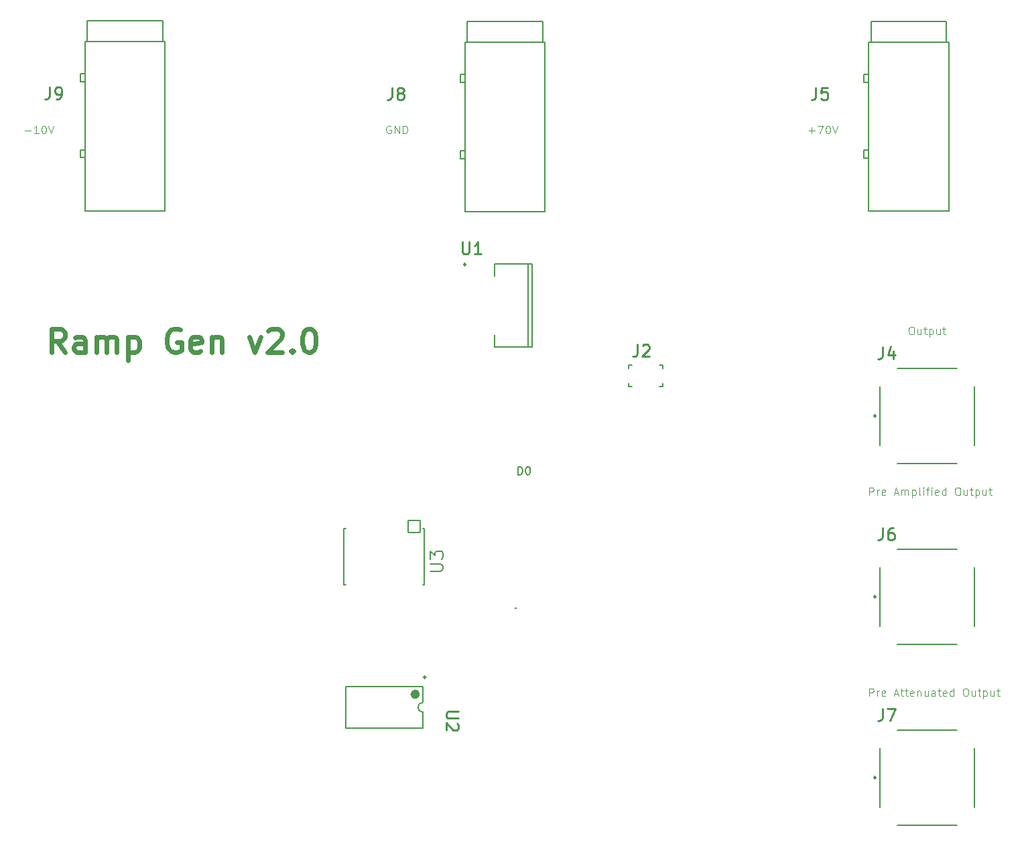
<source format=gbr>
%TF.GenerationSoftware,KiCad,Pcbnew,7.0.9*%
%TF.CreationDate,2024-01-29T19:21:26-08:00*%
%TF.ProjectId,V2_rampGen,56325f72-616d-4704-9765-6e2e6b696361,rev?*%
%TF.SameCoordinates,Original*%
%TF.FileFunction,Legend,Top*%
%TF.FilePolarity,Positive*%
%FSLAX46Y46*%
G04 Gerber Fmt 4.6, Leading zero omitted, Abs format (unit mm)*
G04 Created by KiCad (PCBNEW 7.0.9) date 2024-01-29 19:21:26*
%MOMM*%
%LPD*%
G01*
G04 APERTURE LIST*
G04 Aperture macros list*
%AMRoundRect*
0 Rectangle with rounded corners*
0 $1 Rounding radius*
0 $2 $3 $4 $5 $6 $7 $8 $9 X,Y pos of 4 corners*
0 Add a 4 corners polygon primitive as box body*
4,1,4,$2,$3,$4,$5,$6,$7,$8,$9,$2,$3,0*
0 Add four circle primitives for the rounded corners*
1,1,$1+$1,$2,$3*
1,1,$1+$1,$4,$5*
1,1,$1+$1,$6,$7*
1,1,$1+$1,$8,$9*
0 Add four rect primitives between the rounded corners*
20,1,$1+$1,$2,$3,$4,$5,0*
20,1,$1+$1,$4,$5,$6,$7,0*
20,1,$1+$1,$6,$7,$8,$9,0*
20,1,$1+$1,$8,$9,$2,$3,0*%
G04 Aperture macros list end*
%ADD10C,0.100000*%
%ADD11C,0.600000*%
%ADD12C,0.254000*%
%ADD13C,0.150000*%
%ADD14C,0.200000*%
%ADD15C,0.250000*%
%ADD16C,0.152400*%
%ADD17C,2.950000*%
%ADD18R,1.700000X1.700000*%
%ADD19C,1.850000*%
%ADD20R,1.600000X1.600000*%
%ADD21C,1.600000*%
%ADD22R,3.430000X1.780000*%
%ADD23C,3.200000*%
%ADD24O,1.727200X1.727200*%
%ADD25R,1.727200X1.727200*%
%ADD26R,1.500000X1.500000*%
%ADD27C,1.500000*%
%ADD28RoundRect,0.102000X-0.749300X0.749300X-0.749300X-0.749300X0.749300X-0.749300X0.749300X0.749300X0*%
%ADD29C,1.702600*%
G04 APERTURE END LIST*
D10*
X53643884Y-52831466D02*
X54405789Y-52831466D01*
X55405788Y-53212419D02*
X54834360Y-53212419D01*
X55120074Y-53212419D02*
X55120074Y-52212419D01*
X55120074Y-52212419D02*
X55024836Y-52355276D01*
X55024836Y-52355276D02*
X54929598Y-52450514D01*
X54929598Y-52450514D02*
X54834360Y-52498133D01*
X56024836Y-52212419D02*
X56120074Y-52212419D01*
X56120074Y-52212419D02*
X56215312Y-52260038D01*
X56215312Y-52260038D02*
X56262931Y-52307657D01*
X56262931Y-52307657D02*
X56310550Y-52402895D01*
X56310550Y-52402895D02*
X56358169Y-52593371D01*
X56358169Y-52593371D02*
X56358169Y-52831466D01*
X56358169Y-52831466D02*
X56310550Y-53021942D01*
X56310550Y-53021942D02*
X56262931Y-53117180D01*
X56262931Y-53117180D02*
X56215312Y-53164800D01*
X56215312Y-53164800D02*
X56120074Y-53212419D01*
X56120074Y-53212419D02*
X56024836Y-53212419D01*
X56024836Y-53212419D02*
X55929598Y-53164800D01*
X55929598Y-53164800D02*
X55881979Y-53117180D01*
X55881979Y-53117180D02*
X55834360Y-53021942D01*
X55834360Y-53021942D02*
X55786741Y-52831466D01*
X55786741Y-52831466D02*
X55786741Y-52593371D01*
X55786741Y-52593371D02*
X55834360Y-52402895D01*
X55834360Y-52402895D02*
X55881979Y-52307657D01*
X55881979Y-52307657D02*
X55929598Y-52260038D01*
X55929598Y-52260038D02*
X56024836Y-52212419D01*
X56643884Y-52212419D02*
X56977217Y-53212419D01*
X56977217Y-53212419D02*
X57310550Y-52212419D01*
X99887693Y-52260038D02*
X99792455Y-52212419D01*
X99792455Y-52212419D02*
X99649598Y-52212419D01*
X99649598Y-52212419D02*
X99506741Y-52260038D01*
X99506741Y-52260038D02*
X99411503Y-52355276D01*
X99411503Y-52355276D02*
X99363884Y-52450514D01*
X99363884Y-52450514D02*
X99316265Y-52640990D01*
X99316265Y-52640990D02*
X99316265Y-52783847D01*
X99316265Y-52783847D02*
X99363884Y-52974323D01*
X99363884Y-52974323D02*
X99411503Y-53069561D01*
X99411503Y-53069561D02*
X99506741Y-53164800D01*
X99506741Y-53164800D02*
X99649598Y-53212419D01*
X99649598Y-53212419D02*
X99744836Y-53212419D01*
X99744836Y-53212419D02*
X99887693Y-53164800D01*
X99887693Y-53164800D02*
X99935312Y-53117180D01*
X99935312Y-53117180D02*
X99935312Y-52783847D01*
X99935312Y-52783847D02*
X99744836Y-52783847D01*
X100363884Y-53212419D02*
X100363884Y-52212419D01*
X100363884Y-52212419D02*
X100935312Y-53212419D01*
X100935312Y-53212419D02*
X100935312Y-52212419D01*
X101411503Y-53212419D02*
X101411503Y-52212419D01*
X101411503Y-52212419D02*
X101649598Y-52212419D01*
X101649598Y-52212419D02*
X101792455Y-52260038D01*
X101792455Y-52260038D02*
X101887693Y-52355276D01*
X101887693Y-52355276D02*
X101935312Y-52450514D01*
X101935312Y-52450514D02*
X101982931Y-52640990D01*
X101982931Y-52640990D02*
X101982931Y-52783847D01*
X101982931Y-52783847D02*
X101935312Y-52974323D01*
X101935312Y-52974323D02*
X101887693Y-53069561D01*
X101887693Y-53069561D02*
X101792455Y-53164800D01*
X101792455Y-53164800D02*
X101649598Y-53212419D01*
X101649598Y-53212419D02*
X101411503Y-53212419D01*
X160323884Y-124332419D02*
X160323884Y-123332419D01*
X160323884Y-123332419D02*
X160704836Y-123332419D01*
X160704836Y-123332419D02*
X160800074Y-123380038D01*
X160800074Y-123380038D02*
X160847693Y-123427657D01*
X160847693Y-123427657D02*
X160895312Y-123522895D01*
X160895312Y-123522895D02*
X160895312Y-123665752D01*
X160895312Y-123665752D02*
X160847693Y-123760990D01*
X160847693Y-123760990D02*
X160800074Y-123808609D01*
X160800074Y-123808609D02*
X160704836Y-123856228D01*
X160704836Y-123856228D02*
X160323884Y-123856228D01*
X161323884Y-124332419D02*
X161323884Y-123665752D01*
X161323884Y-123856228D02*
X161371503Y-123760990D01*
X161371503Y-123760990D02*
X161419122Y-123713371D01*
X161419122Y-123713371D02*
X161514360Y-123665752D01*
X161514360Y-123665752D02*
X161609598Y-123665752D01*
X162323884Y-124284800D02*
X162228646Y-124332419D01*
X162228646Y-124332419D02*
X162038170Y-124332419D01*
X162038170Y-124332419D02*
X161942932Y-124284800D01*
X161942932Y-124284800D02*
X161895313Y-124189561D01*
X161895313Y-124189561D02*
X161895313Y-123808609D01*
X161895313Y-123808609D02*
X161942932Y-123713371D01*
X161942932Y-123713371D02*
X162038170Y-123665752D01*
X162038170Y-123665752D02*
X162228646Y-123665752D01*
X162228646Y-123665752D02*
X162323884Y-123713371D01*
X162323884Y-123713371D02*
X162371503Y-123808609D01*
X162371503Y-123808609D02*
X162371503Y-123903847D01*
X162371503Y-123903847D02*
X161895313Y-123999085D01*
X163514361Y-124046704D02*
X163990551Y-124046704D01*
X163419123Y-124332419D02*
X163752456Y-123332419D01*
X163752456Y-123332419D02*
X164085789Y-124332419D01*
X164276266Y-123665752D02*
X164657218Y-123665752D01*
X164419123Y-123332419D02*
X164419123Y-124189561D01*
X164419123Y-124189561D02*
X164466742Y-124284800D01*
X164466742Y-124284800D02*
X164561980Y-124332419D01*
X164561980Y-124332419D02*
X164657218Y-124332419D01*
X164847695Y-123665752D02*
X165228647Y-123665752D01*
X164990552Y-123332419D02*
X164990552Y-124189561D01*
X164990552Y-124189561D02*
X165038171Y-124284800D01*
X165038171Y-124284800D02*
X165133409Y-124332419D01*
X165133409Y-124332419D02*
X165228647Y-124332419D01*
X165942933Y-124284800D02*
X165847695Y-124332419D01*
X165847695Y-124332419D02*
X165657219Y-124332419D01*
X165657219Y-124332419D02*
X165561981Y-124284800D01*
X165561981Y-124284800D02*
X165514362Y-124189561D01*
X165514362Y-124189561D02*
X165514362Y-123808609D01*
X165514362Y-123808609D02*
X165561981Y-123713371D01*
X165561981Y-123713371D02*
X165657219Y-123665752D01*
X165657219Y-123665752D02*
X165847695Y-123665752D01*
X165847695Y-123665752D02*
X165942933Y-123713371D01*
X165942933Y-123713371D02*
X165990552Y-123808609D01*
X165990552Y-123808609D02*
X165990552Y-123903847D01*
X165990552Y-123903847D02*
X165514362Y-123999085D01*
X166419124Y-123665752D02*
X166419124Y-124332419D01*
X166419124Y-123760990D02*
X166466743Y-123713371D01*
X166466743Y-123713371D02*
X166561981Y-123665752D01*
X166561981Y-123665752D02*
X166704838Y-123665752D01*
X166704838Y-123665752D02*
X166800076Y-123713371D01*
X166800076Y-123713371D02*
X166847695Y-123808609D01*
X166847695Y-123808609D02*
X166847695Y-124332419D01*
X167752457Y-123665752D02*
X167752457Y-124332419D01*
X167323886Y-123665752D02*
X167323886Y-124189561D01*
X167323886Y-124189561D02*
X167371505Y-124284800D01*
X167371505Y-124284800D02*
X167466743Y-124332419D01*
X167466743Y-124332419D02*
X167609600Y-124332419D01*
X167609600Y-124332419D02*
X167704838Y-124284800D01*
X167704838Y-124284800D02*
X167752457Y-124237180D01*
X168657219Y-124332419D02*
X168657219Y-123808609D01*
X168657219Y-123808609D02*
X168609600Y-123713371D01*
X168609600Y-123713371D02*
X168514362Y-123665752D01*
X168514362Y-123665752D02*
X168323886Y-123665752D01*
X168323886Y-123665752D02*
X168228648Y-123713371D01*
X168657219Y-124284800D02*
X168561981Y-124332419D01*
X168561981Y-124332419D02*
X168323886Y-124332419D01*
X168323886Y-124332419D02*
X168228648Y-124284800D01*
X168228648Y-124284800D02*
X168181029Y-124189561D01*
X168181029Y-124189561D02*
X168181029Y-124094323D01*
X168181029Y-124094323D02*
X168228648Y-123999085D01*
X168228648Y-123999085D02*
X168323886Y-123951466D01*
X168323886Y-123951466D02*
X168561981Y-123951466D01*
X168561981Y-123951466D02*
X168657219Y-123903847D01*
X168990553Y-123665752D02*
X169371505Y-123665752D01*
X169133410Y-123332419D02*
X169133410Y-124189561D01*
X169133410Y-124189561D02*
X169181029Y-124284800D01*
X169181029Y-124284800D02*
X169276267Y-124332419D01*
X169276267Y-124332419D02*
X169371505Y-124332419D01*
X170085791Y-124284800D02*
X169990553Y-124332419D01*
X169990553Y-124332419D02*
X169800077Y-124332419D01*
X169800077Y-124332419D02*
X169704839Y-124284800D01*
X169704839Y-124284800D02*
X169657220Y-124189561D01*
X169657220Y-124189561D02*
X169657220Y-123808609D01*
X169657220Y-123808609D02*
X169704839Y-123713371D01*
X169704839Y-123713371D02*
X169800077Y-123665752D01*
X169800077Y-123665752D02*
X169990553Y-123665752D01*
X169990553Y-123665752D02*
X170085791Y-123713371D01*
X170085791Y-123713371D02*
X170133410Y-123808609D01*
X170133410Y-123808609D02*
X170133410Y-123903847D01*
X170133410Y-123903847D02*
X169657220Y-123999085D01*
X170990553Y-124332419D02*
X170990553Y-123332419D01*
X170990553Y-124284800D02*
X170895315Y-124332419D01*
X170895315Y-124332419D02*
X170704839Y-124332419D01*
X170704839Y-124332419D02*
X170609601Y-124284800D01*
X170609601Y-124284800D02*
X170561982Y-124237180D01*
X170561982Y-124237180D02*
X170514363Y-124141942D01*
X170514363Y-124141942D02*
X170514363Y-123856228D01*
X170514363Y-123856228D02*
X170561982Y-123760990D01*
X170561982Y-123760990D02*
X170609601Y-123713371D01*
X170609601Y-123713371D02*
X170704839Y-123665752D01*
X170704839Y-123665752D02*
X170895315Y-123665752D01*
X170895315Y-123665752D02*
X170990553Y-123713371D01*
X172419125Y-123332419D02*
X172609601Y-123332419D01*
X172609601Y-123332419D02*
X172704839Y-123380038D01*
X172704839Y-123380038D02*
X172800077Y-123475276D01*
X172800077Y-123475276D02*
X172847696Y-123665752D01*
X172847696Y-123665752D02*
X172847696Y-123999085D01*
X172847696Y-123999085D02*
X172800077Y-124189561D01*
X172800077Y-124189561D02*
X172704839Y-124284800D01*
X172704839Y-124284800D02*
X172609601Y-124332419D01*
X172609601Y-124332419D02*
X172419125Y-124332419D01*
X172419125Y-124332419D02*
X172323887Y-124284800D01*
X172323887Y-124284800D02*
X172228649Y-124189561D01*
X172228649Y-124189561D02*
X172181030Y-123999085D01*
X172181030Y-123999085D02*
X172181030Y-123665752D01*
X172181030Y-123665752D02*
X172228649Y-123475276D01*
X172228649Y-123475276D02*
X172323887Y-123380038D01*
X172323887Y-123380038D02*
X172419125Y-123332419D01*
X173704839Y-123665752D02*
X173704839Y-124332419D01*
X173276268Y-123665752D02*
X173276268Y-124189561D01*
X173276268Y-124189561D02*
X173323887Y-124284800D01*
X173323887Y-124284800D02*
X173419125Y-124332419D01*
X173419125Y-124332419D02*
X173561982Y-124332419D01*
X173561982Y-124332419D02*
X173657220Y-124284800D01*
X173657220Y-124284800D02*
X173704839Y-124237180D01*
X174038173Y-123665752D02*
X174419125Y-123665752D01*
X174181030Y-123332419D02*
X174181030Y-124189561D01*
X174181030Y-124189561D02*
X174228649Y-124284800D01*
X174228649Y-124284800D02*
X174323887Y-124332419D01*
X174323887Y-124332419D02*
X174419125Y-124332419D01*
X174752459Y-123665752D02*
X174752459Y-124665752D01*
X174752459Y-123713371D02*
X174847697Y-123665752D01*
X174847697Y-123665752D02*
X175038173Y-123665752D01*
X175038173Y-123665752D02*
X175133411Y-123713371D01*
X175133411Y-123713371D02*
X175181030Y-123760990D01*
X175181030Y-123760990D02*
X175228649Y-123856228D01*
X175228649Y-123856228D02*
X175228649Y-124141942D01*
X175228649Y-124141942D02*
X175181030Y-124237180D01*
X175181030Y-124237180D02*
X175133411Y-124284800D01*
X175133411Y-124284800D02*
X175038173Y-124332419D01*
X175038173Y-124332419D02*
X174847697Y-124332419D01*
X174847697Y-124332419D02*
X174752459Y-124284800D01*
X176085792Y-123665752D02*
X176085792Y-124332419D01*
X175657221Y-123665752D02*
X175657221Y-124189561D01*
X175657221Y-124189561D02*
X175704840Y-124284800D01*
X175704840Y-124284800D02*
X175800078Y-124332419D01*
X175800078Y-124332419D02*
X175942935Y-124332419D01*
X175942935Y-124332419D02*
X176038173Y-124284800D01*
X176038173Y-124284800D02*
X176085792Y-124237180D01*
X176419126Y-123665752D02*
X176800078Y-123665752D01*
X176561983Y-123332419D02*
X176561983Y-124189561D01*
X176561983Y-124189561D02*
X176609602Y-124284800D01*
X176609602Y-124284800D02*
X176704840Y-124332419D01*
X176704840Y-124332419D02*
X176800078Y-124332419D01*
X160323884Y-98932419D02*
X160323884Y-97932419D01*
X160323884Y-97932419D02*
X160704836Y-97932419D01*
X160704836Y-97932419D02*
X160800074Y-97980038D01*
X160800074Y-97980038D02*
X160847693Y-98027657D01*
X160847693Y-98027657D02*
X160895312Y-98122895D01*
X160895312Y-98122895D02*
X160895312Y-98265752D01*
X160895312Y-98265752D02*
X160847693Y-98360990D01*
X160847693Y-98360990D02*
X160800074Y-98408609D01*
X160800074Y-98408609D02*
X160704836Y-98456228D01*
X160704836Y-98456228D02*
X160323884Y-98456228D01*
X161323884Y-98932419D02*
X161323884Y-98265752D01*
X161323884Y-98456228D02*
X161371503Y-98360990D01*
X161371503Y-98360990D02*
X161419122Y-98313371D01*
X161419122Y-98313371D02*
X161514360Y-98265752D01*
X161514360Y-98265752D02*
X161609598Y-98265752D01*
X162323884Y-98884800D02*
X162228646Y-98932419D01*
X162228646Y-98932419D02*
X162038170Y-98932419D01*
X162038170Y-98932419D02*
X161942932Y-98884800D01*
X161942932Y-98884800D02*
X161895313Y-98789561D01*
X161895313Y-98789561D02*
X161895313Y-98408609D01*
X161895313Y-98408609D02*
X161942932Y-98313371D01*
X161942932Y-98313371D02*
X162038170Y-98265752D01*
X162038170Y-98265752D02*
X162228646Y-98265752D01*
X162228646Y-98265752D02*
X162323884Y-98313371D01*
X162323884Y-98313371D02*
X162371503Y-98408609D01*
X162371503Y-98408609D02*
X162371503Y-98503847D01*
X162371503Y-98503847D02*
X161895313Y-98599085D01*
X163514361Y-98646704D02*
X163990551Y-98646704D01*
X163419123Y-98932419D02*
X163752456Y-97932419D01*
X163752456Y-97932419D02*
X164085789Y-98932419D01*
X164419123Y-98932419D02*
X164419123Y-98265752D01*
X164419123Y-98360990D02*
X164466742Y-98313371D01*
X164466742Y-98313371D02*
X164561980Y-98265752D01*
X164561980Y-98265752D02*
X164704837Y-98265752D01*
X164704837Y-98265752D02*
X164800075Y-98313371D01*
X164800075Y-98313371D02*
X164847694Y-98408609D01*
X164847694Y-98408609D02*
X164847694Y-98932419D01*
X164847694Y-98408609D02*
X164895313Y-98313371D01*
X164895313Y-98313371D02*
X164990551Y-98265752D01*
X164990551Y-98265752D02*
X165133408Y-98265752D01*
X165133408Y-98265752D02*
X165228647Y-98313371D01*
X165228647Y-98313371D02*
X165276266Y-98408609D01*
X165276266Y-98408609D02*
X165276266Y-98932419D01*
X165752456Y-98265752D02*
X165752456Y-99265752D01*
X165752456Y-98313371D02*
X165847694Y-98265752D01*
X165847694Y-98265752D02*
X166038170Y-98265752D01*
X166038170Y-98265752D02*
X166133408Y-98313371D01*
X166133408Y-98313371D02*
X166181027Y-98360990D01*
X166181027Y-98360990D02*
X166228646Y-98456228D01*
X166228646Y-98456228D02*
X166228646Y-98741942D01*
X166228646Y-98741942D02*
X166181027Y-98837180D01*
X166181027Y-98837180D02*
X166133408Y-98884800D01*
X166133408Y-98884800D02*
X166038170Y-98932419D01*
X166038170Y-98932419D02*
X165847694Y-98932419D01*
X165847694Y-98932419D02*
X165752456Y-98884800D01*
X166800075Y-98932419D02*
X166704837Y-98884800D01*
X166704837Y-98884800D02*
X166657218Y-98789561D01*
X166657218Y-98789561D02*
X166657218Y-97932419D01*
X167181028Y-98932419D02*
X167181028Y-98265752D01*
X167181028Y-97932419D02*
X167133409Y-97980038D01*
X167133409Y-97980038D02*
X167181028Y-98027657D01*
X167181028Y-98027657D02*
X167228647Y-97980038D01*
X167228647Y-97980038D02*
X167181028Y-97932419D01*
X167181028Y-97932419D02*
X167181028Y-98027657D01*
X167514361Y-98265752D02*
X167895313Y-98265752D01*
X167657218Y-98932419D02*
X167657218Y-98075276D01*
X167657218Y-98075276D02*
X167704837Y-97980038D01*
X167704837Y-97980038D02*
X167800075Y-97932419D01*
X167800075Y-97932419D02*
X167895313Y-97932419D01*
X168228647Y-98932419D02*
X168228647Y-98265752D01*
X168228647Y-97932419D02*
X168181028Y-97980038D01*
X168181028Y-97980038D02*
X168228647Y-98027657D01*
X168228647Y-98027657D02*
X168276266Y-97980038D01*
X168276266Y-97980038D02*
X168228647Y-97932419D01*
X168228647Y-97932419D02*
X168228647Y-98027657D01*
X169085789Y-98884800D02*
X168990551Y-98932419D01*
X168990551Y-98932419D02*
X168800075Y-98932419D01*
X168800075Y-98932419D02*
X168704837Y-98884800D01*
X168704837Y-98884800D02*
X168657218Y-98789561D01*
X168657218Y-98789561D02*
X168657218Y-98408609D01*
X168657218Y-98408609D02*
X168704837Y-98313371D01*
X168704837Y-98313371D02*
X168800075Y-98265752D01*
X168800075Y-98265752D02*
X168990551Y-98265752D01*
X168990551Y-98265752D02*
X169085789Y-98313371D01*
X169085789Y-98313371D02*
X169133408Y-98408609D01*
X169133408Y-98408609D02*
X169133408Y-98503847D01*
X169133408Y-98503847D02*
X168657218Y-98599085D01*
X169990551Y-98932419D02*
X169990551Y-97932419D01*
X169990551Y-98884800D02*
X169895313Y-98932419D01*
X169895313Y-98932419D02*
X169704837Y-98932419D01*
X169704837Y-98932419D02*
X169609599Y-98884800D01*
X169609599Y-98884800D02*
X169561980Y-98837180D01*
X169561980Y-98837180D02*
X169514361Y-98741942D01*
X169514361Y-98741942D02*
X169514361Y-98456228D01*
X169514361Y-98456228D02*
X169561980Y-98360990D01*
X169561980Y-98360990D02*
X169609599Y-98313371D01*
X169609599Y-98313371D02*
X169704837Y-98265752D01*
X169704837Y-98265752D02*
X169895313Y-98265752D01*
X169895313Y-98265752D02*
X169990551Y-98313371D01*
X171419123Y-97932419D02*
X171609599Y-97932419D01*
X171609599Y-97932419D02*
X171704837Y-97980038D01*
X171704837Y-97980038D02*
X171800075Y-98075276D01*
X171800075Y-98075276D02*
X171847694Y-98265752D01*
X171847694Y-98265752D02*
X171847694Y-98599085D01*
X171847694Y-98599085D02*
X171800075Y-98789561D01*
X171800075Y-98789561D02*
X171704837Y-98884800D01*
X171704837Y-98884800D02*
X171609599Y-98932419D01*
X171609599Y-98932419D02*
X171419123Y-98932419D01*
X171419123Y-98932419D02*
X171323885Y-98884800D01*
X171323885Y-98884800D02*
X171228647Y-98789561D01*
X171228647Y-98789561D02*
X171181028Y-98599085D01*
X171181028Y-98599085D02*
X171181028Y-98265752D01*
X171181028Y-98265752D02*
X171228647Y-98075276D01*
X171228647Y-98075276D02*
X171323885Y-97980038D01*
X171323885Y-97980038D02*
X171419123Y-97932419D01*
X172704837Y-98265752D02*
X172704837Y-98932419D01*
X172276266Y-98265752D02*
X172276266Y-98789561D01*
X172276266Y-98789561D02*
X172323885Y-98884800D01*
X172323885Y-98884800D02*
X172419123Y-98932419D01*
X172419123Y-98932419D02*
X172561980Y-98932419D01*
X172561980Y-98932419D02*
X172657218Y-98884800D01*
X172657218Y-98884800D02*
X172704837Y-98837180D01*
X173038171Y-98265752D02*
X173419123Y-98265752D01*
X173181028Y-97932419D02*
X173181028Y-98789561D01*
X173181028Y-98789561D02*
X173228647Y-98884800D01*
X173228647Y-98884800D02*
X173323885Y-98932419D01*
X173323885Y-98932419D02*
X173419123Y-98932419D01*
X173752457Y-98265752D02*
X173752457Y-99265752D01*
X173752457Y-98313371D02*
X173847695Y-98265752D01*
X173847695Y-98265752D02*
X174038171Y-98265752D01*
X174038171Y-98265752D02*
X174133409Y-98313371D01*
X174133409Y-98313371D02*
X174181028Y-98360990D01*
X174181028Y-98360990D02*
X174228647Y-98456228D01*
X174228647Y-98456228D02*
X174228647Y-98741942D01*
X174228647Y-98741942D02*
X174181028Y-98837180D01*
X174181028Y-98837180D02*
X174133409Y-98884800D01*
X174133409Y-98884800D02*
X174038171Y-98932419D01*
X174038171Y-98932419D02*
X173847695Y-98932419D01*
X173847695Y-98932419D02*
X173752457Y-98884800D01*
X175085790Y-98265752D02*
X175085790Y-98932419D01*
X174657219Y-98265752D02*
X174657219Y-98789561D01*
X174657219Y-98789561D02*
X174704838Y-98884800D01*
X174704838Y-98884800D02*
X174800076Y-98932419D01*
X174800076Y-98932419D02*
X174942933Y-98932419D01*
X174942933Y-98932419D02*
X175038171Y-98884800D01*
X175038171Y-98884800D02*
X175085790Y-98837180D01*
X175419124Y-98265752D02*
X175800076Y-98265752D01*
X175561981Y-97932419D02*
X175561981Y-98789561D01*
X175561981Y-98789561D02*
X175609600Y-98884800D01*
X175609600Y-98884800D02*
X175704838Y-98932419D01*
X175704838Y-98932419D02*
X175800076Y-98932419D01*
X152703884Y-52831466D02*
X153465789Y-52831466D01*
X153084836Y-53212419D02*
X153084836Y-52450514D01*
X153846741Y-52212419D02*
X154513407Y-52212419D01*
X154513407Y-52212419D02*
X154084836Y-53212419D01*
X155084836Y-52212419D02*
X155180074Y-52212419D01*
X155180074Y-52212419D02*
X155275312Y-52260038D01*
X155275312Y-52260038D02*
X155322931Y-52307657D01*
X155322931Y-52307657D02*
X155370550Y-52402895D01*
X155370550Y-52402895D02*
X155418169Y-52593371D01*
X155418169Y-52593371D02*
X155418169Y-52831466D01*
X155418169Y-52831466D02*
X155370550Y-53021942D01*
X155370550Y-53021942D02*
X155322931Y-53117180D01*
X155322931Y-53117180D02*
X155275312Y-53164800D01*
X155275312Y-53164800D02*
X155180074Y-53212419D01*
X155180074Y-53212419D02*
X155084836Y-53212419D01*
X155084836Y-53212419D02*
X154989598Y-53164800D01*
X154989598Y-53164800D02*
X154941979Y-53117180D01*
X154941979Y-53117180D02*
X154894360Y-53021942D01*
X154894360Y-53021942D02*
X154846741Y-52831466D01*
X154846741Y-52831466D02*
X154846741Y-52593371D01*
X154846741Y-52593371D02*
X154894360Y-52402895D01*
X154894360Y-52402895D02*
X154941979Y-52307657D01*
X154941979Y-52307657D02*
X154989598Y-52260038D01*
X154989598Y-52260038D02*
X155084836Y-52212419D01*
X155703884Y-52212419D02*
X156037217Y-53212419D01*
X156037217Y-53212419D02*
X156370550Y-52212419D01*
X165594360Y-77612419D02*
X165784836Y-77612419D01*
X165784836Y-77612419D02*
X165880074Y-77660038D01*
X165880074Y-77660038D02*
X165975312Y-77755276D01*
X165975312Y-77755276D02*
X166022931Y-77945752D01*
X166022931Y-77945752D02*
X166022931Y-78279085D01*
X166022931Y-78279085D02*
X165975312Y-78469561D01*
X165975312Y-78469561D02*
X165880074Y-78564800D01*
X165880074Y-78564800D02*
X165784836Y-78612419D01*
X165784836Y-78612419D02*
X165594360Y-78612419D01*
X165594360Y-78612419D02*
X165499122Y-78564800D01*
X165499122Y-78564800D02*
X165403884Y-78469561D01*
X165403884Y-78469561D02*
X165356265Y-78279085D01*
X165356265Y-78279085D02*
X165356265Y-77945752D01*
X165356265Y-77945752D02*
X165403884Y-77755276D01*
X165403884Y-77755276D02*
X165499122Y-77660038D01*
X165499122Y-77660038D02*
X165594360Y-77612419D01*
X166880074Y-77945752D02*
X166880074Y-78612419D01*
X166451503Y-77945752D02*
X166451503Y-78469561D01*
X166451503Y-78469561D02*
X166499122Y-78564800D01*
X166499122Y-78564800D02*
X166594360Y-78612419D01*
X166594360Y-78612419D02*
X166737217Y-78612419D01*
X166737217Y-78612419D02*
X166832455Y-78564800D01*
X166832455Y-78564800D02*
X166880074Y-78517180D01*
X167213408Y-77945752D02*
X167594360Y-77945752D01*
X167356265Y-77612419D02*
X167356265Y-78469561D01*
X167356265Y-78469561D02*
X167403884Y-78564800D01*
X167403884Y-78564800D02*
X167499122Y-78612419D01*
X167499122Y-78612419D02*
X167594360Y-78612419D01*
X167927694Y-77945752D02*
X167927694Y-78945752D01*
X167927694Y-77993371D02*
X168022932Y-77945752D01*
X168022932Y-77945752D02*
X168213408Y-77945752D01*
X168213408Y-77945752D02*
X168308646Y-77993371D01*
X168308646Y-77993371D02*
X168356265Y-78040990D01*
X168356265Y-78040990D02*
X168403884Y-78136228D01*
X168403884Y-78136228D02*
X168403884Y-78421942D01*
X168403884Y-78421942D02*
X168356265Y-78517180D01*
X168356265Y-78517180D02*
X168308646Y-78564800D01*
X168308646Y-78564800D02*
X168213408Y-78612419D01*
X168213408Y-78612419D02*
X168022932Y-78612419D01*
X168022932Y-78612419D02*
X167927694Y-78564800D01*
X169261027Y-77945752D02*
X169261027Y-78612419D01*
X168832456Y-77945752D02*
X168832456Y-78469561D01*
X168832456Y-78469561D02*
X168880075Y-78564800D01*
X168880075Y-78564800D02*
X168975313Y-78612419D01*
X168975313Y-78612419D02*
X169118170Y-78612419D01*
X169118170Y-78612419D02*
X169213408Y-78564800D01*
X169213408Y-78564800D02*
X169261027Y-78517180D01*
X169594361Y-77945752D02*
X169975313Y-77945752D01*
X169737218Y-77612419D02*
X169737218Y-78469561D01*
X169737218Y-78469561D02*
X169784837Y-78564800D01*
X169784837Y-78564800D02*
X169880075Y-78612419D01*
X169880075Y-78612419D02*
X169975313Y-78612419D01*
D11*
X58703307Y-80881657D02*
X57703307Y-79453085D01*
X56989021Y-80881657D02*
X56989021Y-77881657D01*
X56989021Y-77881657D02*
X58131878Y-77881657D01*
X58131878Y-77881657D02*
X58417593Y-78024514D01*
X58417593Y-78024514D02*
X58560450Y-78167371D01*
X58560450Y-78167371D02*
X58703307Y-78453085D01*
X58703307Y-78453085D02*
X58703307Y-78881657D01*
X58703307Y-78881657D02*
X58560450Y-79167371D01*
X58560450Y-79167371D02*
X58417593Y-79310228D01*
X58417593Y-79310228D02*
X58131878Y-79453085D01*
X58131878Y-79453085D02*
X56989021Y-79453085D01*
X61274736Y-80881657D02*
X61274736Y-79310228D01*
X61274736Y-79310228D02*
X61131878Y-79024514D01*
X61131878Y-79024514D02*
X60846164Y-78881657D01*
X60846164Y-78881657D02*
X60274736Y-78881657D01*
X60274736Y-78881657D02*
X59989021Y-79024514D01*
X61274736Y-80738800D02*
X60989021Y-80881657D01*
X60989021Y-80881657D02*
X60274736Y-80881657D01*
X60274736Y-80881657D02*
X59989021Y-80738800D01*
X59989021Y-80738800D02*
X59846164Y-80453085D01*
X59846164Y-80453085D02*
X59846164Y-80167371D01*
X59846164Y-80167371D02*
X59989021Y-79881657D01*
X59989021Y-79881657D02*
X60274736Y-79738800D01*
X60274736Y-79738800D02*
X60989021Y-79738800D01*
X60989021Y-79738800D02*
X61274736Y-79595942D01*
X62703307Y-80881657D02*
X62703307Y-78881657D01*
X62703307Y-79167371D02*
X62846164Y-79024514D01*
X62846164Y-79024514D02*
X63131879Y-78881657D01*
X63131879Y-78881657D02*
X63560450Y-78881657D01*
X63560450Y-78881657D02*
X63846164Y-79024514D01*
X63846164Y-79024514D02*
X63989022Y-79310228D01*
X63989022Y-79310228D02*
X63989022Y-80881657D01*
X63989022Y-79310228D02*
X64131879Y-79024514D01*
X64131879Y-79024514D02*
X64417593Y-78881657D01*
X64417593Y-78881657D02*
X64846164Y-78881657D01*
X64846164Y-78881657D02*
X65131879Y-79024514D01*
X65131879Y-79024514D02*
X65274736Y-79310228D01*
X65274736Y-79310228D02*
X65274736Y-80881657D01*
X66703307Y-78881657D02*
X66703307Y-81881657D01*
X66703307Y-79024514D02*
X66989022Y-78881657D01*
X66989022Y-78881657D02*
X67560450Y-78881657D01*
X67560450Y-78881657D02*
X67846164Y-79024514D01*
X67846164Y-79024514D02*
X67989022Y-79167371D01*
X67989022Y-79167371D02*
X68131879Y-79453085D01*
X68131879Y-79453085D02*
X68131879Y-80310228D01*
X68131879Y-80310228D02*
X67989022Y-80595942D01*
X67989022Y-80595942D02*
X67846164Y-80738800D01*
X67846164Y-80738800D02*
X67560450Y-80881657D01*
X67560450Y-80881657D02*
X66989022Y-80881657D01*
X66989022Y-80881657D02*
X66703307Y-80738800D01*
X73274736Y-78024514D02*
X72989022Y-77881657D01*
X72989022Y-77881657D02*
X72560450Y-77881657D01*
X72560450Y-77881657D02*
X72131879Y-78024514D01*
X72131879Y-78024514D02*
X71846164Y-78310228D01*
X71846164Y-78310228D02*
X71703307Y-78595942D01*
X71703307Y-78595942D02*
X71560450Y-79167371D01*
X71560450Y-79167371D02*
X71560450Y-79595942D01*
X71560450Y-79595942D02*
X71703307Y-80167371D01*
X71703307Y-80167371D02*
X71846164Y-80453085D01*
X71846164Y-80453085D02*
X72131879Y-80738800D01*
X72131879Y-80738800D02*
X72560450Y-80881657D01*
X72560450Y-80881657D02*
X72846164Y-80881657D01*
X72846164Y-80881657D02*
X73274736Y-80738800D01*
X73274736Y-80738800D02*
X73417593Y-80595942D01*
X73417593Y-80595942D02*
X73417593Y-79595942D01*
X73417593Y-79595942D02*
X72846164Y-79595942D01*
X75846164Y-80738800D02*
X75560450Y-80881657D01*
X75560450Y-80881657D02*
X74989022Y-80881657D01*
X74989022Y-80881657D02*
X74703307Y-80738800D01*
X74703307Y-80738800D02*
X74560450Y-80453085D01*
X74560450Y-80453085D02*
X74560450Y-79310228D01*
X74560450Y-79310228D02*
X74703307Y-79024514D01*
X74703307Y-79024514D02*
X74989022Y-78881657D01*
X74989022Y-78881657D02*
X75560450Y-78881657D01*
X75560450Y-78881657D02*
X75846164Y-79024514D01*
X75846164Y-79024514D02*
X75989022Y-79310228D01*
X75989022Y-79310228D02*
X75989022Y-79595942D01*
X75989022Y-79595942D02*
X74560450Y-79881657D01*
X77274736Y-78881657D02*
X77274736Y-80881657D01*
X77274736Y-79167371D02*
X77417593Y-79024514D01*
X77417593Y-79024514D02*
X77703308Y-78881657D01*
X77703308Y-78881657D02*
X78131879Y-78881657D01*
X78131879Y-78881657D02*
X78417593Y-79024514D01*
X78417593Y-79024514D02*
X78560451Y-79310228D01*
X78560451Y-79310228D02*
X78560451Y-80881657D01*
X81989022Y-78881657D02*
X82703308Y-80881657D01*
X82703308Y-80881657D02*
X83417593Y-78881657D01*
X84417593Y-78167371D02*
X84560450Y-78024514D01*
X84560450Y-78024514D02*
X84846165Y-77881657D01*
X84846165Y-77881657D02*
X85560450Y-77881657D01*
X85560450Y-77881657D02*
X85846165Y-78024514D01*
X85846165Y-78024514D02*
X85989022Y-78167371D01*
X85989022Y-78167371D02*
X86131879Y-78453085D01*
X86131879Y-78453085D02*
X86131879Y-78738800D01*
X86131879Y-78738800D02*
X85989022Y-79167371D01*
X85989022Y-79167371D02*
X84274736Y-80881657D01*
X84274736Y-80881657D02*
X86131879Y-80881657D01*
X87417593Y-80595942D02*
X87560450Y-80738800D01*
X87560450Y-80738800D02*
X87417593Y-80881657D01*
X87417593Y-80881657D02*
X87274736Y-80738800D01*
X87274736Y-80738800D02*
X87417593Y-80595942D01*
X87417593Y-80595942D02*
X87417593Y-80881657D01*
X89417593Y-77881657D02*
X89703307Y-77881657D01*
X89703307Y-77881657D02*
X89989021Y-78024514D01*
X89989021Y-78024514D02*
X90131879Y-78167371D01*
X90131879Y-78167371D02*
X90274736Y-78453085D01*
X90274736Y-78453085D02*
X90417593Y-79024514D01*
X90417593Y-79024514D02*
X90417593Y-79738800D01*
X90417593Y-79738800D02*
X90274736Y-80310228D01*
X90274736Y-80310228D02*
X90131879Y-80595942D01*
X90131879Y-80595942D02*
X89989021Y-80738800D01*
X89989021Y-80738800D02*
X89703307Y-80881657D01*
X89703307Y-80881657D02*
X89417593Y-80881657D01*
X89417593Y-80881657D02*
X89131879Y-80738800D01*
X89131879Y-80738800D02*
X88989021Y-80595942D01*
X88989021Y-80595942D02*
X88846164Y-80310228D01*
X88846164Y-80310228D02*
X88703307Y-79738800D01*
X88703307Y-79738800D02*
X88703307Y-79024514D01*
X88703307Y-79024514D02*
X88846164Y-78453085D01*
X88846164Y-78453085D02*
X88989021Y-78167371D01*
X88989021Y-78167371D02*
X89131879Y-78024514D01*
X89131879Y-78024514D02*
X89417593Y-77881657D01*
D12*
X100025390Y-47419616D02*
X100025390Y-48508187D01*
X100025390Y-48508187D02*
X99952819Y-48725902D01*
X99952819Y-48725902D02*
X99807676Y-48871045D01*
X99807676Y-48871045D02*
X99589962Y-48943616D01*
X99589962Y-48943616D02*
X99444819Y-48943616D01*
X100968819Y-48072759D02*
X100823676Y-48000187D01*
X100823676Y-48000187D02*
X100751105Y-47927616D01*
X100751105Y-47927616D02*
X100678533Y-47782473D01*
X100678533Y-47782473D02*
X100678533Y-47709902D01*
X100678533Y-47709902D02*
X100751105Y-47564759D01*
X100751105Y-47564759D02*
X100823676Y-47492187D01*
X100823676Y-47492187D02*
X100968819Y-47419616D01*
X100968819Y-47419616D02*
X101259105Y-47419616D01*
X101259105Y-47419616D02*
X101404248Y-47492187D01*
X101404248Y-47492187D02*
X101476819Y-47564759D01*
X101476819Y-47564759D02*
X101549390Y-47709902D01*
X101549390Y-47709902D02*
X101549390Y-47782473D01*
X101549390Y-47782473D02*
X101476819Y-47927616D01*
X101476819Y-47927616D02*
X101404248Y-48000187D01*
X101404248Y-48000187D02*
X101259105Y-48072759D01*
X101259105Y-48072759D02*
X100968819Y-48072759D01*
X100968819Y-48072759D02*
X100823676Y-48145330D01*
X100823676Y-48145330D02*
X100751105Y-48217902D01*
X100751105Y-48217902D02*
X100678533Y-48363045D01*
X100678533Y-48363045D02*
X100678533Y-48653330D01*
X100678533Y-48653330D02*
X100751105Y-48798473D01*
X100751105Y-48798473D02*
X100823676Y-48871045D01*
X100823676Y-48871045D02*
X100968819Y-48943616D01*
X100968819Y-48943616D02*
X101259105Y-48943616D01*
X101259105Y-48943616D02*
X101404248Y-48871045D01*
X101404248Y-48871045D02*
X101476819Y-48798473D01*
X101476819Y-48798473D02*
X101549390Y-48653330D01*
X101549390Y-48653330D02*
X101549390Y-48363045D01*
X101549390Y-48363045D02*
X101476819Y-48217902D01*
X101476819Y-48217902D02*
X101404248Y-48145330D01*
X101404248Y-48145330D02*
X101259105Y-48072759D01*
X56802643Y-47327187D02*
X56802643Y-48415758D01*
X56802643Y-48415758D02*
X56730072Y-48633473D01*
X56730072Y-48633473D02*
X56584929Y-48778616D01*
X56584929Y-48778616D02*
X56367215Y-48851187D01*
X56367215Y-48851187D02*
X56222072Y-48851187D01*
X57600929Y-48851187D02*
X57891215Y-48851187D01*
X57891215Y-48851187D02*
X58036358Y-48778616D01*
X58036358Y-48778616D02*
X58108929Y-48706044D01*
X58108929Y-48706044D02*
X58254072Y-48488330D01*
X58254072Y-48488330D02*
X58326643Y-48198044D01*
X58326643Y-48198044D02*
X58326643Y-47617473D01*
X58326643Y-47617473D02*
X58254072Y-47472330D01*
X58254072Y-47472330D02*
X58181501Y-47399758D01*
X58181501Y-47399758D02*
X58036358Y-47327187D01*
X58036358Y-47327187D02*
X57746072Y-47327187D01*
X57746072Y-47327187D02*
X57600929Y-47399758D01*
X57600929Y-47399758D02*
X57528358Y-47472330D01*
X57528358Y-47472330D02*
X57455786Y-47617473D01*
X57455786Y-47617473D02*
X57455786Y-47980330D01*
X57455786Y-47980330D02*
X57528358Y-48125473D01*
X57528358Y-48125473D02*
X57600929Y-48198044D01*
X57600929Y-48198044D02*
X57746072Y-48270616D01*
X57746072Y-48270616D02*
X58036358Y-48270616D01*
X58036358Y-48270616D02*
X58181501Y-48198044D01*
X58181501Y-48198044D02*
X58254072Y-48125473D01*
X58254072Y-48125473D02*
X58326643Y-47980330D01*
X162001390Y-125936683D02*
X162001390Y-127025254D01*
X162001390Y-127025254D02*
X161928819Y-127242969D01*
X161928819Y-127242969D02*
X161783676Y-127388112D01*
X161783676Y-127388112D02*
X161565962Y-127460683D01*
X161565962Y-127460683D02*
X161420819Y-127460683D01*
X162581962Y-125936683D02*
X163597962Y-125936683D01*
X163597962Y-125936683D02*
X162944819Y-127460683D01*
X162001390Y-103076683D02*
X162001390Y-104165254D01*
X162001390Y-104165254D02*
X161928819Y-104382969D01*
X161928819Y-104382969D02*
X161783676Y-104528112D01*
X161783676Y-104528112D02*
X161565962Y-104600683D01*
X161565962Y-104600683D02*
X161420819Y-104600683D01*
X163380248Y-103076683D02*
X163089962Y-103076683D01*
X163089962Y-103076683D02*
X162944819Y-103149254D01*
X162944819Y-103149254D02*
X162872248Y-103221826D01*
X162872248Y-103221826D02*
X162727105Y-103439540D01*
X162727105Y-103439540D02*
X162654533Y-103729826D01*
X162654533Y-103729826D02*
X162654533Y-104310397D01*
X162654533Y-104310397D02*
X162727105Y-104455540D01*
X162727105Y-104455540D02*
X162799676Y-104528112D01*
X162799676Y-104528112D02*
X162944819Y-104600683D01*
X162944819Y-104600683D02*
X163235105Y-104600683D01*
X163235105Y-104600683D02*
X163380248Y-104528112D01*
X163380248Y-104528112D02*
X163452819Y-104455540D01*
X163452819Y-104455540D02*
X163525390Y-104310397D01*
X163525390Y-104310397D02*
X163525390Y-103947540D01*
X163525390Y-103947540D02*
X163452819Y-103802397D01*
X163452819Y-103802397D02*
X163380248Y-103729826D01*
X163380248Y-103729826D02*
X163235105Y-103657254D01*
X163235105Y-103657254D02*
X162944819Y-103657254D01*
X162944819Y-103657254D02*
X162799676Y-103729826D01*
X162799676Y-103729826D02*
X162727105Y-103802397D01*
X162727105Y-103802397D02*
X162654533Y-103947540D01*
X153583317Y-47391597D02*
X153583317Y-48480168D01*
X153583317Y-48480168D02*
X153510746Y-48697883D01*
X153510746Y-48697883D02*
X153365603Y-48843026D01*
X153365603Y-48843026D02*
X153147889Y-48915597D01*
X153147889Y-48915597D02*
X153002746Y-48915597D01*
X155034746Y-47391597D02*
X154309032Y-47391597D01*
X154309032Y-47391597D02*
X154236460Y-48117311D01*
X154236460Y-48117311D02*
X154309032Y-48044740D01*
X154309032Y-48044740D02*
X154454175Y-47972168D01*
X154454175Y-47972168D02*
X154817032Y-47972168D01*
X154817032Y-47972168D02*
X154962175Y-48044740D01*
X154962175Y-48044740D02*
X155034746Y-48117311D01*
X155034746Y-48117311D02*
X155107317Y-48262454D01*
X155107317Y-48262454D02*
X155107317Y-48625311D01*
X155107317Y-48625311D02*
X155034746Y-48770454D01*
X155034746Y-48770454D02*
X154962175Y-48843026D01*
X154962175Y-48843026D02*
X154817032Y-48915597D01*
X154817032Y-48915597D02*
X154454175Y-48915597D01*
X154454175Y-48915597D02*
X154309032Y-48843026D01*
X154309032Y-48843026D02*
X154236460Y-48770454D01*
X108916382Y-66937103D02*
X108916382Y-68170817D01*
X108916382Y-68170817D02*
X108988953Y-68315960D01*
X108988953Y-68315960D02*
X109061525Y-68388532D01*
X109061525Y-68388532D02*
X109206667Y-68461103D01*
X109206667Y-68461103D02*
X109496953Y-68461103D01*
X109496953Y-68461103D02*
X109642096Y-68388532D01*
X109642096Y-68388532D02*
X109714667Y-68315960D01*
X109714667Y-68315960D02*
X109787239Y-68170817D01*
X109787239Y-68170817D02*
X109787239Y-66937103D01*
X111311238Y-68461103D02*
X110440381Y-68461103D01*
X110875810Y-68461103D02*
X110875810Y-66937103D01*
X110875810Y-66937103D02*
X110730667Y-67154817D01*
X110730667Y-67154817D02*
X110585524Y-67299960D01*
X110585524Y-67299960D02*
X110440381Y-67372532D01*
X131038790Y-79886483D02*
X131038790Y-80975054D01*
X131038790Y-80975054D02*
X130966219Y-81192769D01*
X130966219Y-81192769D02*
X130821076Y-81337912D01*
X130821076Y-81337912D02*
X130603362Y-81410483D01*
X130603362Y-81410483D02*
X130458219Y-81410483D01*
X131691933Y-80031626D02*
X131764505Y-79959054D01*
X131764505Y-79959054D02*
X131909648Y-79886483D01*
X131909648Y-79886483D02*
X132272505Y-79886483D01*
X132272505Y-79886483D02*
X132417648Y-79959054D01*
X132417648Y-79959054D02*
X132490219Y-80031626D01*
X132490219Y-80031626D02*
X132562790Y-80176769D01*
X132562790Y-80176769D02*
X132562790Y-80321912D01*
X132562790Y-80321912D02*
X132490219Y-80539626D01*
X132490219Y-80539626D02*
X131619362Y-81410483D01*
X131619362Y-81410483D02*
X132562790Y-81410483D01*
D13*
X115697000Y-113135580D02*
X115744619Y-113183200D01*
X115744619Y-113183200D02*
X115697000Y-113230819D01*
X115697000Y-113230819D02*
X115649381Y-113183200D01*
X115649381Y-113183200D02*
X115697000Y-113135580D01*
X115697000Y-113135580D02*
X115697000Y-113230819D01*
X115974905Y-96339819D02*
X115974905Y-95339819D01*
X115974905Y-95339819D02*
X116213000Y-95339819D01*
X116213000Y-95339819D02*
X116355857Y-95387438D01*
X116355857Y-95387438D02*
X116451095Y-95482676D01*
X116451095Y-95482676D02*
X116498714Y-95577914D01*
X116498714Y-95577914D02*
X116546333Y-95768390D01*
X116546333Y-95768390D02*
X116546333Y-95911247D01*
X116546333Y-95911247D02*
X116498714Y-96101723D01*
X116498714Y-96101723D02*
X116451095Y-96196961D01*
X116451095Y-96196961D02*
X116355857Y-96292200D01*
X116355857Y-96292200D02*
X116213000Y-96339819D01*
X116213000Y-96339819D02*
X115974905Y-96339819D01*
X117165381Y-95339819D02*
X117260619Y-95339819D01*
X117260619Y-95339819D02*
X117355857Y-95387438D01*
X117355857Y-95387438D02*
X117403476Y-95435057D01*
X117403476Y-95435057D02*
X117451095Y-95530295D01*
X117451095Y-95530295D02*
X117498714Y-95720771D01*
X117498714Y-95720771D02*
X117498714Y-95958866D01*
X117498714Y-95958866D02*
X117451095Y-96149342D01*
X117451095Y-96149342D02*
X117403476Y-96244580D01*
X117403476Y-96244580D02*
X117355857Y-96292200D01*
X117355857Y-96292200D02*
X117260619Y-96339819D01*
X117260619Y-96339819D02*
X117165381Y-96339819D01*
X117165381Y-96339819D02*
X117070143Y-96292200D01*
X117070143Y-96292200D02*
X117022524Y-96244580D01*
X117022524Y-96244580D02*
X116974905Y-96149342D01*
X116974905Y-96149342D02*
X116927286Y-95958866D01*
X116927286Y-95958866D02*
X116927286Y-95720771D01*
X116927286Y-95720771D02*
X116974905Y-95530295D01*
X116974905Y-95530295D02*
X117022524Y-95435057D01*
X117022524Y-95435057D02*
X117070143Y-95387438D01*
X117070143Y-95387438D02*
X117165381Y-95339819D01*
D12*
X162001390Y-80216673D02*
X162001390Y-81305244D01*
X162001390Y-81305244D02*
X161928819Y-81522959D01*
X161928819Y-81522959D02*
X161783676Y-81668102D01*
X161783676Y-81668102D02*
X161565962Y-81740673D01*
X161565962Y-81740673D02*
X161420819Y-81740673D01*
X163380248Y-80724673D02*
X163380248Y-81740673D01*
X163017390Y-80144102D02*
X162654533Y-81232673D01*
X162654533Y-81232673D02*
X163597962Y-81232673D01*
X108403716Y-126259962D02*
X107170002Y-126259962D01*
X107170002Y-126259962D02*
X107024859Y-126332533D01*
X107024859Y-126332533D02*
X106952288Y-126405105D01*
X106952288Y-126405105D02*
X106879716Y-126550247D01*
X106879716Y-126550247D02*
X106879716Y-126840533D01*
X106879716Y-126840533D02*
X106952288Y-126985676D01*
X106952288Y-126985676D02*
X107024859Y-127058247D01*
X107024859Y-127058247D02*
X107170002Y-127130819D01*
X107170002Y-127130819D02*
X108403716Y-127130819D01*
X108258573Y-127783961D02*
X108331145Y-127856533D01*
X108331145Y-127856533D02*
X108403716Y-128001676D01*
X108403716Y-128001676D02*
X108403716Y-128364533D01*
X108403716Y-128364533D02*
X108331145Y-128509676D01*
X108331145Y-128509676D02*
X108258573Y-128582247D01*
X108258573Y-128582247D02*
X108113430Y-128654818D01*
X108113430Y-128654818D02*
X107968288Y-128654818D01*
X107968288Y-128654818D02*
X107750573Y-128582247D01*
X107750573Y-128582247D02*
X106879716Y-127711390D01*
X106879716Y-127711390D02*
X106879716Y-128654818D01*
D13*
X104825822Y-108559379D02*
X106156985Y-108559379D01*
X106156985Y-108559379D02*
X106313593Y-108481075D01*
X106313593Y-108481075D02*
X106391897Y-108402772D01*
X106391897Y-108402772D02*
X106470200Y-108246164D01*
X106470200Y-108246164D02*
X106470200Y-107932949D01*
X106470200Y-107932949D02*
X106391897Y-107776342D01*
X106391897Y-107776342D02*
X106313593Y-107698038D01*
X106313593Y-107698038D02*
X106156985Y-107619734D01*
X106156985Y-107619734D02*
X104825822Y-107619734D01*
X104825822Y-106993304D02*
X104825822Y-105975356D01*
X104825822Y-105975356D02*
X105452252Y-106523482D01*
X105452252Y-106523482D02*
X105452252Y-106288571D01*
X105452252Y-106288571D02*
X105530556Y-106131964D01*
X105530556Y-106131964D02*
X105608859Y-106053660D01*
X105608859Y-106053660D02*
X105765467Y-105975356D01*
X105765467Y-105975356D02*
X106156985Y-105975356D01*
X106156985Y-105975356D02*
X106313593Y-106053660D01*
X106313593Y-106053660D02*
X106391897Y-106131964D01*
X106391897Y-106131964D02*
X106470200Y-106288571D01*
X106470200Y-106288571D02*
X106470200Y-106758393D01*
X106470200Y-106758393D02*
X106391897Y-106915001D01*
X106391897Y-106915001D02*
X106313593Y-106993304D01*
D14*
%TO.C,J8*%
X109550000Y-39063343D02*
X119050000Y-39063343D01*
X119050000Y-41663343D02*
X119050000Y-39063343D01*
X109550000Y-41663343D02*
X109550000Y-39063343D01*
X109550000Y-41663343D02*
X119050000Y-41663343D01*
X109250020Y-41663343D02*
X119349980Y-41663343D01*
X108650020Y-45763303D02*
X109250020Y-45763303D01*
X109250020Y-46763303D02*
X109250020Y-45763303D01*
X108650020Y-46763303D02*
X108650020Y-45763303D01*
X108650020Y-46763303D02*
X109250020Y-46763303D01*
X108650020Y-55363333D02*
X109250020Y-55363333D01*
X109250020Y-56363333D02*
X109250020Y-55363333D01*
X108650020Y-56363333D02*
X108650020Y-55363333D01*
X108650020Y-56363333D02*
X109250020Y-56363333D01*
X119349980Y-63063293D02*
X119349980Y-41663343D01*
X109250020Y-63063293D02*
X109250020Y-41663343D01*
X109250020Y-63063293D02*
X119349980Y-63063293D01*
%TO.C,J9*%
X61547223Y-38970914D02*
X71047223Y-38970914D01*
X71047223Y-41570914D02*
X71047223Y-38970914D01*
X61547223Y-41570914D02*
X61547223Y-38970914D01*
X61547223Y-41570914D02*
X71047223Y-41570914D01*
X61247243Y-41570914D02*
X71347203Y-41570914D01*
X60647243Y-45670874D02*
X61247243Y-45670874D01*
X61247243Y-46670874D02*
X61247243Y-45670874D01*
X60647243Y-46670874D02*
X60647243Y-45670874D01*
X60647243Y-46670874D02*
X61247243Y-46670874D01*
X60647243Y-55270904D02*
X61247243Y-55270904D01*
X61247243Y-56270904D02*
X61247243Y-55270904D01*
X60647243Y-56270904D02*
X60647243Y-55270904D01*
X60647243Y-56270904D02*
X61247243Y-56270904D01*
X71347203Y-62970864D02*
X71347203Y-41570914D01*
X61247243Y-62970864D02*
X61247243Y-41570914D01*
X61247243Y-62970864D02*
X71347203Y-62970864D01*
%TO.C,J7*%
X161640010Y-138370000D02*
X161640010Y-130869990D01*
X163890000Y-128620010D02*
X171390010Y-128620010D01*
X163890000Y-140619990D02*
X171390010Y-140619990D01*
X173639990Y-138370000D02*
X173639990Y-130869990D01*
D15*
X161165000Y-134620010D02*
G75*
G03*
X161165000Y-134620010I-125000J0D01*
G01*
D14*
%TO.C,J6*%
X161640010Y-115510000D02*
X161640010Y-108009990D01*
X163890000Y-105760010D02*
X171390010Y-105760010D01*
X163890000Y-117759990D02*
X171390010Y-117759990D01*
X173639990Y-115510000D02*
X173639990Y-108009990D01*
D15*
X161165000Y-111760010D02*
G75*
G03*
X161165000Y-111760010I-125000J0D01*
G01*
D14*
%TO.C,J5*%
X160567927Y-39035324D02*
X170067927Y-39035324D01*
X170067927Y-41635324D02*
X170067927Y-39035324D01*
X160567927Y-41635324D02*
X160567927Y-39035324D01*
X160567927Y-41635324D02*
X170067927Y-41635324D01*
X160267947Y-41635324D02*
X170367907Y-41635324D01*
X159667947Y-45735284D02*
X160267947Y-45735284D01*
X160267947Y-46735284D02*
X160267947Y-45735284D01*
X159667947Y-46735284D02*
X159667947Y-45735284D01*
X159667947Y-46735284D02*
X160267947Y-46735284D01*
X159667947Y-55335314D02*
X160267947Y-55335314D01*
X160267947Y-56335314D02*
X160267947Y-55335314D01*
X159667947Y-56335314D02*
X159667947Y-55335314D01*
X159667947Y-56335314D02*
X160267947Y-56335314D01*
X170367907Y-63035274D02*
X170367907Y-41635324D01*
X160267947Y-63035274D02*
X160267947Y-41635324D01*
X160267947Y-63035274D02*
X170367907Y-63035274D01*
%TO.C,U1*%
X113019990Y-69680020D02*
X117720010Y-69680020D01*
X113019990Y-71190000D02*
X113019990Y-69680020D01*
X113019990Y-80180020D02*
X113019990Y-78669990D01*
X113019990Y-80180020D02*
X117720010Y-80180020D01*
X117219980Y-80180020D02*
X117219980Y-69680020D01*
X117720010Y-80180020D02*
X117720010Y-69680020D01*
D15*
X109345000Y-69770010D02*
G75*
G03*
X109345000Y-69770010I-125000J0D01*
G01*
D14*
%TO.C,J2*%
X129915310Y-85159800D02*
X129915310Y-84759800D01*
X129915310Y-85159800D02*
X130315310Y-85159800D01*
X129915510Y-82480200D02*
X130315510Y-82480200D01*
X129915510Y-82880200D02*
X129915510Y-82480200D01*
X133844340Y-85159240D02*
X134244330Y-85159240D01*
X133846060Y-82480760D02*
X134246060Y-82480760D01*
X134244330Y-85159240D02*
X134244330Y-84759240D01*
X134246060Y-82880760D02*
X134246060Y-82480760D01*
%TO.C,J4*%
X161640010Y-92649990D02*
X161640010Y-85149980D01*
X163890000Y-82900000D02*
X171390010Y-82900000D01*
X163890000Y-94899980D02*
X171390010Y-94899980D01*
X173639990Y-92649990D02*
X173639990Y-85149980D01*
D15*
X161165000Y-88900000D02*
G75*
G03*
X161165000Y-88900000I-125000J0D01*
G01*
D14*
%TO.C,U2*%
X103960020Y-123080020D02*
X103960020Y-125095000D01*
X94159980Y-123080020D02*
X103960020Y-123080020D01*
X94159980Y-123080020D02*
X94159980Y-128379980D01*
X103960020Y-126365000D02*
X103960020Y-128379980D01*
X94159980Y-128379980D02*
X103960020Y-128379980D01*
X103960000Y-125095000D02*
G75*
G03*
X103960000Y-126365000I0J-635000D01*
G01*
D15*
X104295000Y-121920000D02*
G75*
G03*
X104295000Y-121920000I-125000J0D01*
G01*
D11*
X103260000Y-124080000D02*
G75*
G03*
X103260000Y-124080000I-300000J0D01*
G01*
D16*
%TO.C,U3*%
X104140000Y-103124000D02*
X103962200Y-103124000D01*
X94208600Y-103124000D02*
X93980000Y-103124000D01*
X93980000Y-103124000D02*
X93980000Y-110236000D01*
X104140000Y-110236000D02*
X104140000Y-103124000D01*
X103911400Y-110236000D02*
X104140000Y-110236000D01*
X93980000Y-110236000D02*
X94208600Y-110236000D01*
%TD*%
%LPC*%
D17*
%TO.C,J8*%
X114300000Y-44063333D03*
X114300000Y-59563333D03*
%TD*%
%TO.C,J9*%
X66297223Y-43970904D03*
X66297223Y-59470904D03*
%TD*%
D18*
%TO.C,J7*%
X167640000Y-134620000D03*
D19*
X162590020Y-129570020D03*
X172689980Y-129570020D03*
X162590020Y-139670030D03*
X172689980Y-139670030D03*
%TD*%
D18*
%TO.C,J6*%
X167640000Y-111760000D03*
D19*
X162590020Y-106710020D03*
X172689980Y-106710020D03*
X162590020Y-116810030D03*
X172689980Y-116810030D03*
%TD*%
D17*
%TO.C,J5*%
X165317927Y-44035314D03*
X165317927Y-59535314D03*
%TD*%
D20*
%TO.C,U1*%
X109220000Y-71120000D03*
D21*
X113030000Y-72390000D03*
X109220000Y-73660000D03*
X113030000Y-74930000D03*
X109220000Y-76200000D03*
X113030000Y-77470000D03*
X109220000Y-78740000D03*
%TD*%
D22*
%TO.C,J2*%
X132080000Y-83820000D03*
%TD*%
D23*
%TO.C,A1*%
X67183000Y-142240000D03*
X68453000Y-93980000D03*
D24*
X81153000Y-142240000D03*
D23*
X119253000Y-109220000D03*
X119253000Y-137160000D03*
X143383000Y-93980000D03*
X149733000Y-142240000D03*
D24*
X88773000Y-142240000D03*
X91313000Y-142240000D03*
X119380000Y-114300000D03*
X147193000Y-93980000D03*
X149733000Y-93980000D03*
X104013000Y-142240000D03*
X106553000Y-142240000D03*
X109093000Y-142240000D03*
X111633000Y-142240000D03*
X114173000Y-142240000D03*
X116713000Y-142240000D03*
X119253000Y-142240000D03*
X121793000Y-142240000D03*
X126873000Y-142240000D03*
X129413000Y-142240000D03*
X131953000Y-142240000D03*
X134493000Y-142240000D03*
X77089000Y-93980000D03*
X142113000Y-142240000D03*
X144653000Y-142240000D03*
X116713000Y-93980000D03*
X114173000Y-93980000D03*
X111633000Y-93980000D03*
X109093000Y-93980000D03*
X106553000Y-93980000D03*
X104013000Y-93980000D03*
X101473000Y-93980000D03*
X98933000Y-93980000D03*
X94869000Y-93980000D03*
X92329000Y-93980000D03*
X89789000Y-93980000D03*
X87249000Y-93980000D03*
X84709000Y-93980000D03*
X82169000Y-93980000D03*
X121793000Y-93980000D03*
X124333000Y-93980000D03*
X126873000Y-93980000D03*
X129413000Y-93980000D03*
X131953000Y-93980000D03*
X134493000Y-93980000D03*
X137033000Y-93980000D03*
X139573000Y-93980000D03*
X147193000Y-96520000D03*
X149733000Y-96520000D03*
X147193000Y-99060000D03*
X149733000Y-99060000D03*
X147193000Y-101600000D03*
X149733000Y-101600000D03*
X147193000Y-104140000D03*
X149733000Y-104140000D03*
X147193000Y-106680000D03*
X149733000Y-106680000D03*
X147193000Y-109220000D03*
X149733000Y-109220000D03*
X147193000Y-111760000D03*
X149733000Y-111760000D03*
X147193000Y-114300000D03*
X149733000Y-114300000D03*
X147193000Y-116840000D03*
X149733000Y-116840000D03*
X147193000Y-119380000D03*
X149733000Y-119380000D03*
X147193000Y-121920000D03*
X149733000Y-121920000D03*
X147193000Y-124460000D03*
X149733000Y-124460000D03*
X147193000Y-127000000D03*
X149733000Y-127000000D03*
X147193000Y-129540000D03*
X149733000Y-129540000D03*
X147193000Y-132080000D03*
X149733000Y-132080000D03*
X147193000Y-134620000D03*
X149733000Y-134620000D03*
X137033000Y-142240000D03*
X139573000Y-142240000D03*
D25*
X79629000Y-93980000D03*
X93853000Y-142240000D03*
X96393000Y-142240000D03*
X119380000Y-119380000D03*
X147193000Y-137160000D03*
X149733000Y-137160000D03*
D24*
X83693000Y-142240000D03*
X116840000Y-114300000D03*
X119380000Y-116840000D03*
X86233000Y-142240000D03*
X116840000Y-119380000D03*
X116840000Y-116840000D03*
X72009000Y-93980000D03*
X74549000Y-93980000D03*
X98933000Y-142240000D03*
%TD*%
D18*
%TO.C,J4*%
X167640000Y-88899990D03*
D19*
X162590020Y-83850010D03*
X172689980Y-83850010D03*
X162590020Y-93950020D03*
X172689980Y-93950020D03*
%TD*%
D26*
%TO.C,U2*%
X102870000Y-121920000D03*
D27*
X100330000Y-121920000D03*
X97790000Y-121920000D03*
X95250000Y-121920000D03*
X95250000Y-129540000D03*
X97790000Y-129540000D03*
X100330000Y-129540000D03*
X102870000Y-129540000D03*
%TD*%
D28*
%TO.C,U3*%
X102870000Y-102870000D03*
D29*
X100330000Y-102870000D03*
X97790000Y-102870000D03*
X95250000Y-102870000D03*
X95250000Y-110490000D03*
X97790000Y-110490000D03*
X100330000Y-110490000D03*
X102870000Y-110490000D03*
%TD*%
%LPD*%
M02*

</source>
